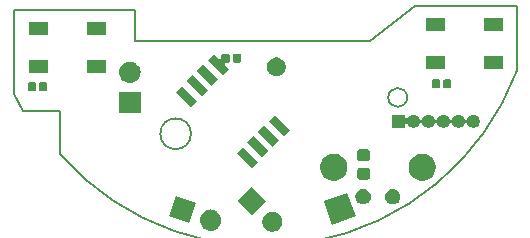
<source format=gbs>
%TF.GenerationSoftware,KiCad,Pcbnew,(6.0.0-rc1-dev-1-g01c5bdfb8)*%
%TF.CreationDate,2018-12-05T09:14:26+01:00*%
%TF.ProjectId,lightball,6C6967687462616C6C2E6B696361645F,rev?*%
%TF.SameCoordinates,Original*%
%TF.FileFunction,Soldermask,Bot*%
%TF.FilePolarity,Negative*%
%FSLAX46Y46*%
G04 Gerber Fmt 4.6, Leading zero omitted, Abs format (unit mm)*
G04 Created by KiCad (PCBNEW (6.0.0-rc1-dev-1-g01c5bdfb8)) date Wed Dec  5 09:14:26 2018*
%MOMM*%
%LPD*%
G01*
G04 APERTURE LIST*
%ADD10C,0.150000*%
%ADD11C,0.100000*%
G04 APERTURE END LIST*
D10*
X73975000Y-113550000D02*
X72575000Y-113550000D01*
X73975000Y-117200000D02*
X73975000Y-113550000D01*
X112660414Y-110153935D02*
G75*
G02X73975000Y-117200000I-21460414J8103935D01*
G01*
X112675000Y-104650000D02*
X112663015Y-110154914D01*
X104050000Y-104650000D02*
X112675000Y-104650000D01*
X100250000Y-107650000D02*
X104050000Y-104650000D01*
X80300000Y-107650000D02*
X100250000Y-107650000D01*
X80300000Y-105000000D02*
X80300000Y-107650000D01*
X70050000Y-105000000D02*
X80300000Y-105000000D01*
X70050000Y-112150000D02*
X70050000Y-105000000D01*
X70850000Y-113550000D02*
X70050000Y-112150000D01*
X72575000Y-113550000D02*
X70850000Y-113550000D01*
X103375000Y-112400000D02*
G75*
G03X103375000Y-112400000I-800000J0D01*
G01*
X85075000Y-115475000D02*
G75*
G03X85075000Y-115475000I-1300000J0D01*
G01*
D11*
G36*
X92215995Y-122099470D02*
X92370867Y-122163620D01*
X92510248Y-122256752D01*
X92628782Y-122375286D01*
X92721914Y-122514667D01*
X92786064Y-122669539D01*
X92818767Y-122833951D01*
X92818767Y-123001583D01*
X92786064Y-123165995D01*
X92721914Y-123320867D01*
X92628782Y-123460248D01*
X92510248Y-123578782D01*
X92370867Y-123671914D01*
X92215995Y-123736064D01*
X92051583Y-123768767D01*
X91883951Y-123768767D01*
X91719539Y-123736064D01*
X91564667Y-123671914D01*
X91425286Y-123578782D01*
X91306752Y-123460248D01*
X91213620Y-123320867D01*
X91149470Y-123165995D01*
X91116767Y-123001583D01*
X91116767Y-122833951D01*
X91149470Y-122669539D01*
X91213620Y-122514667D01*
X91306752Y-122375286D01*
X91425286Y-122256752D01*
X91564667Y-122163620D01*
X91719539Y-122099470D01*
X91883951Y-122066767D01*
X92051583Y-122066767D01*
X92215995Y-122099470D01*
X92215995Y-122099470D01*
G37*
G36*
X86846363Y-121889119D02*
X86912547Y-121895637D01*
X87025773Y-121929984D01*
X87082387Y-121947157D01*
X87221007Y-122021252D01*
X87238911Y-122030822D01*
X87274649Y-122060152D01*
X87376106Y-122143414D01*
X87459368Y-122244871D01*
X87488698Y-122280609D01*
X87488699Y-122280611D01*
X87572363Y-122437133D01*
X87572363Y-122437134D01*
X87623883Y-122606973D01*
X87641279Y-122783600D01*
X87623883Y-122960227D01*
X87590678Y-123069691D01*
X87572363Y-123130067D01*
X87498268Y-123268687D01*
X87488698Y-123286591D01*
X87460568Y-123320867D01*
X87376106Y-123423786D01*
X87274649Y-123507048D01*
X87238911Y-123536378D01*
X87238909Y-123536379D01*
X87082387Y-123620043D01*
X87025773Y-123637216D01*
X86912547Y-123671563D01*
X86846362Y-123678082D01*
X86780180Y-123684600D01*
X86691660Y-123684600D01*
X86625478Y-123678082D01*
X86559293Y-123671563D01*
X86446067Y-123637216D01*
X86389453Y-123620043D01*
X86232931Y-123536379D01*
X86232929Y-123536378D01*
X86197191Y-123507048D01*
X86095734Y-123423786D01*
X86011272Y-123320867D01*
X85983142Y-123286591D01*
X85973572Y-123268687D01*
X85899477Y-123130067D01*
X85881162Y-123069691D01*
X85847957Y-122960227D01*
X85830561Y-122783600D01*
X85847957Y-122606973D01*
X85899477Y-122437134D01*
X85899477Y-122437133D01*
X85983141Y-122280611D01*
X85983142Y-122280609D01*
X86012472Y-122244871D01*
X86095734Y-122143414D01*
X86197191Y-122060152D01*
X86232929Y-122030822D01*
X86250833Y-122021252D01*
X86389453Y-121947157D01*
X86446067Y-121929984D01*
X86559293Y-121895637D01*
X86625477Y-121889119D01*
X86691660Y-121882600D01*
X86780180Y-121882600D01*
X86846363Y-121889119D01*
X86846363Y-121889119D01*
G37*
G36*
X99030400Y-122441474D02*
X97055166Y-123160400D01*
X96336240Y-121185166D01*
X98311474Y-120466240D01*
X99030400Y-122441474D01*
X99030400Y-122441474D01*
G37*
G36*
X85503924Y-121376366D02*
X84887604Y-123069692D01*
X83194278Y-122453372D01*
X83810598Y-120760046D01*
X85503924Y-121376366D01*
X85503924Y-121376366D01*
G37*
G36*
X91403496Y-121150000D02*
X90200000Y-122353496D01*
X88996504Y-121150000D01*
X90200000Y-119946504D01*
X91403496Y-121150000D01*
X91403496Y-121150000D01*
G37*
G36*
X102339890Y-120174017D02*
X102458361Y-120223089D01*
X102564992Y-120294338D01*
X102655662Y-120385008D01*
X102655664Y-120385011D01*
X102655665Y-120385012D01*
X102726909Y-120491636D01*
X102726911Y-120491639D01*
X102775983Y-120610110D01*
X102801000Y-120735881D01*
X102801000Y-120864119D01*
X102775983Y-120989890D01*
X102726911Y-121108361D01*
X102655662Y-121214992D01*
X102564992Y-121305662D01*
X102458361Y-121376911D01*
X102339890Y-121425983D01*
X102214119Y-121451000D01*
X102085881Y-121451000D01*
X101960110Y-121425983D01*
X101841639Y-121376911D01*
X101735008Y-121305662D01*
X101644338Y-121214992D01*
X101573089Y-121108361D01*
X101524017Y-120989890D01*
X101499000Y-120864119D01*
X101499000Y-120735881D01*
X101524017Y-120610110D01*
X101573089Y-120491639D01*
X101573091Y-120491636D01*
X101644335Y-120385012D01*
X101644336Y-120385011D01*
X101644338Y-120385008D01*
X101735008Y-120294338D01*
X101841639Y-120223089D01*
X101960110Y-120174017D01*
X102085881Y-120149000D01*
X102214119Y-120149000D01*
X102339890Y-120174017D01*
X102339890Y-120174017D01*
G37*
G36*
X99839890Y-120174017D02*
X99958361Y-120223089D01*
X100064992Y-120294338D01*
X100155662Y-120385008D01*
X100155664Y-120385011D01*
X100155665Y-120385012D01*
X100226909Y-120491636D01*
X100226911Y-120491639D01*
X100275983Y-120610110D01*
X100301000Y-120735881D01*
X100301000Y-120864119D01*
X100275983Y-120989890D01*
X100226911Y-121108361D01*
X100155662Y-121214992D01*
X100064992Y-121305662D01*
X99958361Y-121376911D01*
X99839890Y-121425983D01*
X99714119Y-121451000D01*
X99585881Y-121451000D01*
X99460110Y-121425983D01*
X99341639Y-121376911D01*
X99235008Y-121305662D01*
X99144338Y-121214992D01*
X99073089Y-121108361D01*
X99024017Y-120989890D01*
X98999000Y-120864119D01*
X98999000Y-120735881D01*
X99024017Y-120610110D01*
X99073089Y-120491639D01*
X99073091Y-120491636D01*
X99144335Y-120385012D01*
X99144336Y-120385011D01*
X99144338Y-120385008D01*
X99235008Y-120294338D01*
X99341639Y-120223089D01*
X99460110Y-120174017D01*
X99585881Y-120149000D01*
X99714119Y-120149000D01*
X99839890Y-120174017D01*
X99839890Y-120174017D01*
G37*
G36*
X104985734Y-117193232D02*
X105195202Y-117279996D01*
X105383723Y-117405962D01*
X105544038Y-117566277D01*
X105670004Y-117754798D01*
X105756768Y-117964266D01*
X105801000Y-118186635D01*
X105801000Y-118413365D01*
X105756768Y-118635734D01*
X105670004Y-118845202D01*
X105544038Y-119033723D01*
X105383723Y-119194038D01*
X105195202Y-119320004D01*
X104985734Y-119406768D01*
X104763365Y-119451000D01*
X104536635Y-119451000D01*
X104314266Y-119406768D01*
X104104798Y-119320004D01*
X103916277Y-119194038D01*
X103755962Y-119033723D01*
X103629996Y-118845202D01*
X103543232Y-118635734D01*
X103499000Y-118413365D01*
X103499000Y-118186635D01*
X103543232Y-117964266D01*
X103629996Y-117754798D01*
X103755962Y-117566277D01*
X103916277Y-117405962D01*
X104104798Y-117279996D01*
X104314266Y-117193232D01*
X104536635Y-117149000D01*
X104763365Y-117149000D01*
X104985734Y-117193232D01*
X104985734Y-117193232D01*
G37*
G36*
X97485734Y-117193232D02*
X97695202Y-117279996D01*
X97883723Y-117405962D01*
X98044038Y-117566277D01*
X98170004Y-117754798D01*
X98256768Y-117964266D01*
X98301000Y-118186635D01*
X98301000Y-118413365D01*
X98256768Y-118635734D01*
X98170004Y-118845202D01*
X98044038Y-119033723D01*
X97883723Y-119194038D01*
X97695202Y-119320004D01*
X97485734Y-119406768D01*
X97263365Y-119451000D01*
X97036635Y-119451000D01*
X96814266Y-119406768D01*
X96604798Y-119320004D01*
X96416277Y-119194038D01*
X96255962Y-119033723D01*
X96129996Y-118845202D01*
X96043232Y-118635734D01*
X95999000Y-118413365D01*
X95999000Y-118186635D01*
X96043232Y-117964266D01*
X96129996Y-117754798D01*
X96255962Y-117566277D01*
X96416277Y-117405962D01*
X96604798Y-117279996D01*
X96814266Y-117193232D01*
X97036635Y-117149000D01*
X97263365Y-117149000D01*
X97485734Y-117193232D01*
X97485734Y-117193232D01*
G37*
G36*
X100069511Y-118377525D02*
X100103489Y-118387833D01*
X100134807Y-118404573D01*
X100162259Y-118427101D01*
X100184787Y-118454553D01*
X100201527Y-118485871D01*
X100211835Y-118519849D01*
X100215920Y-118561330D01*
X100215920Y-119162550D01*
X100211835Y-119204031D01*
X100201527Y-119238009D01*
X100184787Y-119269327D01*
X100162259Y-119296779D01*
X100134807Y-119319307D01*
X100103489Y-119336047D01*
X100069511Y-119346355D01*
X100028030Y-119350440D01*
X99351810Y-119350440D01*
X99310329Y-119346355D01*
X99276351Y-119336047D01*
X99245033Y-119319307D01*
X99217581Y-119296779D01*
X99195053Y-119269327D01*
X99178313Y-119238009D01*
X99168005Y-119204031D01*
X99163920Y-119162550D01*
X99163920Y-118561330D01*
X99168005Y-118519849D01*
X99178313Y-118485871D01*
X99195053Y-118454553D01*
X99217581Y-118427101D01*
X99245033Y-118404573D01*
X99276351Y-118387833D01*
X99310329Y-118377525D01*
X99351810Y-118373440D01*
X100028030Y-118373440D01*
X100069511Y-118377525D01*
X100069511Y-118377525D01*
G37*
G36*
X90762557Y-117832129D02*
X90230812Y-118363874D01*
X88956605Y-117089667D01*
X89488350Y-116557922D01*
X90762557Y-117832129D01*
X90762557Y-117832129D01*
G37*
G36*
X100069511Y-116802525D02*
X100103489Y-116812833D01*
X100134807Y-116829573D01*
X100162259Y-116852101D01*
X100184787Y-116879553D01*
X100201527Y-116910871D01*
X100211835Y-116944849D01*
X100215920Y-116986330D01*
X100215920Y-117587550D01*
X100211835Y-117629031D01*
X100201527Y-117663009D01*
X100184787Y-117694327D01*
X100162259Y-117721779D01*
X100134807Y-117744307D01*
X100103489Y-117761047D01*
X100069511Y-117771355D01*
X100028030Y-117775440D01*
X99351810Y-117775440D01*
X99310329Y-117771355D01*
X99276351Y-117761047D01*
X99245033Y-117744307D01*
X99217581Y-117721779D01*
X99195053Y-117694327D01*
X99178313Y-117663009D01*
X99168005Y-117629031D01*
X99163920Y-117587550D01*
X99163920Y-116986330D01*
X99168005Y-116944849D01*
X99178313Y-116910871D01*
X99195053Y-116879553D01*
X99217581Y-116852101D01*
X99245033Y-116829573D01*
X99276351Y-116812833D01*
X99310329Y-116802525D01*
X99351810Y-116798440D01*
X100028030Y-116798440D01*
X100069511Y-116802525D01*
X100069511Y-116802525D01*
G37*
G36*
X91660583Y-116934104D02*
X91128838Y-117465849D01*
X89854631Y-116191642D01*
X90386376Y-115659897D01*
X91660583Y-116934104D01*
X91660583Y-116934104D01*
G37*
G36*
X92558609Y-116036078D02*
X92026864Y-116567823D01*
X90752657Y-115293616D01*
X91284402Y-114761871D01*
X92558609Y-116036078D01*
X92558609Y-116036078D01*
G37*
G36*
X93456634Y-115138052D02*
X92924889Y-115669797D01*
X91650682Y-114395590D01*
X92182427Y-113863845D01*
X93456634Y-115138052D01*
X93456634Y-115138052D01*
G37*
G36*
X103191000Y-114077262D02*
X103193402Y-114101648D01*
X103200515Y-114125097D01*
X103212066Y-114146708D01*
X103227612Y-114165650D01*
X103246554Y-114181196D01*
X103268165Y-114192747D01*
X103291614Y-114199860D01*
X103316000Y-114202262D01*
X103340386Y-114199860D01*
X103363835Y-114192747D01*
X103385446Y-114181196D01*
X103404388Y-114165650D01*
X103426236Y-114136192D01*
X103449644Y-114092400D01*
X103518499Y-114008499D01*
X103602400Y-113939644D01*
X103698121Y-113888479D01*
X103801985Y-113856973D01*
X103882933Y-113849000D01*
X103937067Y-113849000D01*
X104018015Y-113856973D01*
X104121879Y-113888479D01*
X104217600Y-113939644D01*
X104301501Y-114008499D01*
X104370356Y-114092400D01*
X104421521Y-114188121D01*
X104425383Y-114200854D01*
X104434760Y-114223493D01*
X104448374Y-114243867D01*
X104465701Y-114261194D01*
X104486076Y-114274808D01*
X104508715Y-114284186D01*
X104532748Y-114288966D01*
X104557252Y-114288966D01*
X104581286Y-114284185D01*
X104603925Y-114274808D01*
X104624299Y-114261194D01*
X104641626Y-114243867D01*
X104655240Y-114223492D01*
X104664617Y-114200854D01*
X104668479Y-114188121D01*
X104719644Y-114092400D01*
X104788499Y-114008499D01*
X104872400Y-113939644D01*
X104968121Y-113888479D01*
X105071985Y-113856973D01*
X105152933Y-113849000D01*
X105207067Y-113849000D01*
X105288015Y-113856973D01*
X105391879Y-113888479D01*
X105487600Y-113939644D01*
X105571501Y-114008499D01*
X105640356Y-114092400D01*
X105691521Y-114188121D01*
X105695383Y-114200854D01*
X105704760Y-114223493D01*
X105718374Y-114243867D01*
X105735701Y-114261194D01*
X105756076Y-114274808D01*
X105778715Y-114284186D01*
X105802748Y-114288966D01*
X105827252Y-114288966D01*
X105851286Y-114284185D01*
X105873925Y-114274808D01*
X105894299Y-114261194D01*
X105911626Y-114243867D01*
X105925240Y-114223492D01*
X105934617Y-114200854D01*
X105938479Y-114188121D01*
X105989644Y-114092400D01*
X106058499Y-114008499D01*
X106142400Y-113939644D01*
X106238121Y-113888479D01*
X106341985Y-113856973D01*
X106422933Y-113849000D01*
X106477067Y-113849000D01*
X106558015Y-113856973D01*
X106661879Y-113888479D01*
X106757600Y-113939644D01*
X106841501Y-114008499D01*
X106910356Y-114092400D01*
X106961521Y-114188121D01*
X106965383Y-114200854D01*
X106974760Y-114223493D01*
X106988374Y-114243867D01*
X107005701Y-114261194D01*
X107026076Y-114274808D01*
X107048715Y-114284186D01*
X107072748Y-114288966D01*
X107097252Y-114288966D01*
X107121286Y-114284185D01*
X107143925Y-114274808D01*
X107164299Y-114261194D01*
X107181626Y-114243867D01*
X107195240Y-114223492D01*
X107204617Y-114200854D01*
X107208479Y-114188121D01*
X107259644Y-114092400D01*
X107328499Y-114008499D01*
X107412400Y-113939644D01*
X107508121Y-113888479D01*
X107611985Y-113856973D01*
X107692933Y-113849000D01*
X107747067Y-113849000D01*
X107828015Y-113856973D01*
X107931879Y-113888479D01*
X108027600Y-113939644D01*
X108111501Y-114008499D01*
X108180356Y-114092400D01*
X108231521Y-114188121D01*
X108235383Y-114200854D01*
X108244760Y-114223493D01*
X108258374Y-114243867D01*
X108275701Y-114261194D01*
X108296076Y-114274808D01*
X108318715Y-114284186D01*
X108342748Y-114288966D01*
X108367252Y-114288966D01*
X108391286Y-114284185D01*
X108413925Y-114274808D01*
X108434299Y-114261194D01*
X108451626Y-114243867D01*
X108465240Y-114223492D01*
X108474617Y-114200854D01*
X108478479Y-114188121D01*
X108529644Y-114092400D01*
X108598499Y-114008499D01*
X108682400Y-113939644D01*
X108778121Y-113888479D01*
X108881985Y-113856973D01*
X108962933Y-113849000D01*
X109017067Y-113849000D01*
X109098015Y-113856973D01*
X109201879Y-113888479D01*
X109297600Y-113939644D01*
X109381501Y-114008499D01*
X109450356Y-114092400D01*
X109501521Y-114188121D01*
X109533027Y-114291985D01*
X109543666Y-114400000D01*
X109533027Y-114508015D01*
X109501521Y-114611879D01*
X109450356Y-114707600D01*
X109381501Y-114791501D01*
X109297600Y-114860356D01*
X109201879Y-114911521D01*
X109098015Y-114943027D01*
X109017067Y-114951000D01*
X108962933Y-114951000D01*
X108881985Y-114943027D01*
X108778121Y-114911521D01*
X108682400Y-114860356D01*
X108598499Y-114791501D01*
X108529644Y-114707600D01*
X108478479Y-114611879D01*
X108474615Y-114599142D01*
X108465240Y-114576507D01*
X108451626Y-114556133D01*
X108434299Y-114538806D01*
X108413924Y-114525192D01*
X108391285Y-114515814D01*
X108367252Y-114511034D01*
X108342748Y-114511034D01*
X108318714Y-114515815D01*
X108296075Y-114525192D01*
X108275701Y-114538806D01*
X108258374Y-114556133D01*
X108244760Y-114576508D01*
X108235385Y-114599142D01*
X108231521Y-114611879D01*
X108180356Y-114707600D01*
X108111501Y-114791501D01*
X108027600Y-114860356D01*
X107931879Y-114911521D01*
X107828015Y-114943027D01*
X107747067Y-114951000D01*
X107692933Y-114951000D01*
X107611985Y-114943027D01*
X107508121Y-114911521D01*
X107412400Y-114860356D01*
X107328499Y-114791501D01*
X107259644Y-114707600D01*
X107208479Y-114611879D01*
X107204615Y-114599142D01*
X107195240Y-114576507D01*
X107181626Y-114556133D01*
X107164299Y-114538806D01*
X107143924Y-114525192D01*
X107121285Y-114515814D01*
X107097252Y-114511034D01*
X107072748Y-114511034D01*
X107048714Y-114515815D01*
X107026075Y-114525192D01*
X107005701Y-114538806D01*
X106988374Y-114556133D01*
X106974760Y-114576508D01*
X106965385Y-114599142D01*
X106961521Y-114611879D01*
X106910356Y-114707600D01*
X106841501Y-114791501D01*
X106757600Y-114860356D01*
X106661879Y-114911521D01*
X106558015Y-114943027D01*
X106477067Y-114951000D01*
X106422933Y-114951000D01*
X106341985Y-114943027D01*
X106238121Y-114911521D01*
X106142400Y-114860356D01*
X106058499Y-114791501D01*
X105989644Y-114707600D01*
X105938479Y-114611879D01*
X105934615Y-114599142D01*
X105925240Y-114576507D01*
X105911626Y-114556133D01*
X105894299Y-114538806D01*
X105873924Y-114525192D01*
X105851285Y-114515814D01*
X105827252Y-114511034D01*
X105802748Y-114511034D01*
X105778714Y-114515815D01*
X105756075Y-114525192D01*
X105735701Y-114538806D01*
X105718374Y-114556133D01*
X105704760Y-114576508D01*
X105695385Y-114599142D01*
X105691521Y-114611879D01*
X105640356Y-114707600D01*
X105571501Y-114791501D01*
X105487600Y-114860356D01*
X105391879Y-114911521D01*
X105288015Y-114943027D01*
X105207067Y-114951000D01*
X105152933Y-114951000D01*
X105071985Y-114943027D01*
X104968121Y-114911521D01*
X104872400Y-114860356D01*
X104788499Y-114791501D01*
X104719644Y-114707600D01*
X104668479Y-114611879D01*
X104664615Y-114599142D01*
X104655240Y-114576507D01*
X104641626Y-114556133D01*
X104624299Y-114538806D01*
X104603924Y-114525192D01*
X104581285Y-114515814D01*
X104557252Y-114511034D01*
X104532748Y-114511034D01*
X104508714Y-114515815D01*
X104486075Y-114525192D01*
X104465701Y-114538806D01*
X104448374Y-114556133D01*
X104434760Y-114576508D01*
X104425385Y-114599142D01*
X104421521Y-114611879D01*
X104370356Y-114707600D01*
X104301501Y-114791501D01*
X104217600Y-114860356D01*
X104121879Y-114911521D01*
X104018015Y-114943027D01*
X103937067Y-114951000D01*
X103882933Y-114951000D01*
X103801985Y-114943027D01*
X103698121Y-114911521D01*
X103602400Y-114860356D01*
X103518499Y-114791501D01*
X103449644Y-114707600D01*
X103426234Y-114663805D01*
X103412626Y-114643439D01*
X103395299Y-114626111D01*
X103374924Y-114612498D01*
X103352285Y-114603120D01*
X103328252Y-114598340D01*
X103303748Y-114598340D01*
X103279714Y-114603121D01*
X103257075Y-114612498D01*
X103236701Y-114626112D01*
X103219373Y-114643439D01*
X103205760Y-114663814D01*
X103196382Y-114686453D01*
X103191000Y-114722738D01*
X103191000Y-114951000D01*
X102089000Y-114951000D01*
X102089000Y-113849000D01*
X103191000Y-113849000D01*
X103191000Y-114077262D01*
X103191000Y-114077262D01*
G37*
G36*
X80801000Y-113701000D02*
X78999000Y-113701000D01*
X78999000Y-111899000D01*
X80801000Y-111899000D01*
X80801000Y-113701000D01*
X80801000Y-113701000D01*
G37*
G36*
X85600678Y-112670250D02*
X85068933Y-113201995D01*
X83794726Y-111927788D01*
X84326471Y-111396043D01*
X85600678Y-112670250D01*
X85600678Y-112670250D01*
G37*
G36*
X86498703Y-111772224D02*
X85966958Y-112303969D01*
X84692751Y-111029762D01*
X85224496Y-110498017D01*
X86498703Y-111772224D01*
X86498703Y-111772224D01*
G37*
G36*
X72826938Y-111131716D02*
X72847556Y-111137970D01*
X72866556Y-111148126D01*
X72883208Y-111161792D01*
X72896874Y-111178444D01*
X72907030Y-111197444D01*
X72913284Y-111218062D01*
X72916000Y-111245640D01*
X72916000Y-111754360D01*
X72913284Y-111781938D01*
X72907030Y-111802556D01*
X72896874Y-111821556D01*
X72883208Y-111838208D01*
X72866556Y-111851874D01*
X72847556Y-111862030D01*
X72826938Y-111868284D01*
X72799360Y-111871000D01*
X72340640Y-111871000D01*
X72313062Y-111868284D01*
X72292444Y-111862030D01*
X72273444Y-111851874D01*
X72256792Y-111838208D01*
X72243126Y-111821556D01*
X72232970Y-111802556D01*
X72226716Y-111781938D01*
X72224000Y-111754360D01*
X72224000Y-111245640D01*
X72226716Y-111218062D01*
X72232970Y-111197444D01*
X72243126Y-111178444D01*
X72256792Y-111161792D01*
X72273444Y-111148126D01*
X72292444Y-111137970D01*
X72313062Y-111131716D01*
X72340640Y-111129000D01*
X72799360Y-111129000D01*
X72826938Y-111131716D01*
X72826938Y-111131716D01*
G37*
G36*
X71856938Y-111131716D02*
X71877556Y-111137970D01*
X71896556Y-111148126D01*
X71913208Y-111161792D01*
X71926874Y-111178444D01*
X71937030Y-111197444D01*
X71943284Y-111218062D01*
X71946000Y-111245640D01*
X71946000Y-111754360D01*
X71943284Y-111781938D01*
X71937030Y-111802556D01*
X71926874Y-111821556D01*
X71913208Y-111838208D01*
X71896556Y-111851874D01*
X71877556Y-111862030D01*
X71856938Y-111868284D01*
X71829360Y-111871000D01*
X71370640Y-111871000D01*
X71343062Y-111868284D01*
X71322444Y-111862030D01*
X71303444Y-111851874D01*
X71286792Y-111838208D01*
X71273126Y-111821556D01*
X71262970Y-111802556D01*
X71256716Y-111781938D01*
X71254000Y-111754360D01*
X71254000Y-111245640D01*
X71256716Y-111218062D01*
X71262970Y-111197444D01*
X71273126Y-111178444D01*
X71286792Y-111161792D01*
X71303444Y-111148126D01*
X71322444Y-111137970D01*
X71343062Y-111131716D01*
X71370640Y-111129000D01*
X71829360Y-111129000D01*
X71856938Y-111131716D01*
X71856938Y-111131716D01*
G37*
G36*
X106071938Y-110881716D02*
X106092556Y-110887970D01*
X106111556Y-110898126D01*
X106128208Y-110911792D01*
X106141874Y-110928444D01*
X106152030Y-110947444D01*
X106158284Y-110968062D01*
X106161000Y-110995640D01*
X106161000Y-111504360D01*
X106158284Y-111531938D01*
X106152030Y-111552556D01*
X106141874Y-111571556D01*
X106128208Y-111588208D01*
X106111556Y-111601874D01*
X106092556Y-111612030D01*
X106071938Y-111618284D01*
X106044360Y-111621000D01*
X105585640Y-111621000D01*
X105558062Y-111618284D01*
X105537444Y-111612030D01*
X105518444Y-111601874D01*
X105501792Y-111588208D01*
X105488126Y-111571556D01*
X105477970Y-111552556D01*
X105471716Y-111531938D01*
X105469000Y-111504360D01*
X105469000Y-110995640D01*
X105471716Y-110968062D01*
X105477970Y-110947444D01*
X105488126Y-110928444D01*
X105501792Y-110911792D01*
X105518444Y-110898126D01*
X105537444Y-110887970D01*
X105558062Y-110881716D01*
X105585640Y-110879000D01*
X106044360Y-110879000D01*
X106071938Y-110881716D01*
X106071938Y-110881716D01*
G37*
G36*
X107041938Y-110881716D02*
X107062556Y-110887970D01*
X107081556Y-110898126D01*
X107098208Y-110911792D01*
X107111874Y-110928444D01*
X107122030Y-110947444D01*
X107128284Y-110968062D01*
X107131000Y-110995640D01*
X107131000Y-111504360D01*
X107128284Y-111531938D01*
X107122030Y-111552556D01*
X107111874Y-111571556D01*
X107098208Y-111588208D01*
X107081556Y-111601874D01*
X107062556Y-111612030D01*
X107041938Y-111618284D01*
X107014360Y-111621000D01*
X106555640Y-111621000D01*
X106528062Y-111618284D01*
X106507444Y-111612030D01*
X106488444Y-111601874D01*
X106471792Y-111588208D01*
X106458126Y-111571556D01*
X106447970Y-111552556D01*
X106441716Y-111531938D01*
X106439000Y-111504360D01*
X106439000Y-110995640D01*
X106441716Y-110968062D01*
X106447970Y-110947444D01*
X106458126Y-110928444D01*
X106471792Y-110911792D01*
X106488444Y-110898126D01*
X106507444Y-110887970D01*
X106528062Y-110881716D01*
X106555640Y-110879000D01*
X107014360Y-110879000D01*
X107041938Y-110881716D01*
X107041938Y-110881716D01*
G37*
G36*
X87396729Y-110874198D02*
X86864984Y-111405943D01*
X85590777Y-110131736D01*
X86122522Y-109599991D01*
X87396729Y-110874198D01*
X87396729Y-110874198D01*
G37*
G36*
X80010442Y-109365518D02*
X80076627Y-109372037D01*
X80162509Y-109398089D01*
X80246467Y-109423557D01*
X80333029Y-109469826D01*
X80402991Y-109507222D01*
X80438729Y-109536552D01*
X80540186Y-109619814D01*
X80623448Y-109721271D01*
X80652778Y-109757009D01*
X80652779Y-109757011D01*
X80736443Y-109913533D01*
X80736443Y-109913534D01*
X80787963Y-110083373D01*
X80805359Y-110260000D01*
X80787963Y-110436627D01*
X80769340Y-110498018D01*
X80736443Y-110606467D01*
X80662348Y-110745087D01*
X80652778Y-110762991D01*
X80623448Y-110798729D01*
X80540186Y-110900186D01*
X80438729Y-110983448D01*
X80402991Y-111012778D01*
X80402989Y-111012779D01*
X80246467Y-111096443D01*
X80189853Y-111113616D01*
X80076627Y-111147963D01*
X80010443Y-111154481D01*
X79944260Y-111161000D01*
X79855740Y-111161000D01*
X79789557Y-111154481D01*
X79723373Y-111147963D01*
X79610147Y-111113616D01*
X79553533Y-111096443D01*
X79397011Y-111012779D01*
X79397009Y-111012778D01*
X79361271Y-110983448D01*
X79259814Y-110900186D01*
X79176552Y-110798729D01*
X79147222Y-110762991D01*
X79137652Y-110745087D01*
X79063557Y-110606467D01*
X79030660Y-110498018D01*
X79012037Y-110436627D01*
X78994641Y-110260000D01*
X79012037Y-110083373D01*
X79063557Y-109913534D01*
X79063557Y-109913533D01*
X79147221Y-109757011D01*
X79147222Y-109757009D01*
X79176552Y-109721271D01*
X79259814Y-109619814D01*
X79361271Y-109536552D01*
X79397009Y-109507222D01*
X79466971Y-109469826D01*
X79553533Y-109423557D01*
X79637491Y-109398089D01*
X79723373Y-109372037D01*
X79789558Y-109365518D01*
X79855740Y-109359000D01*
X79944260Y-109359000D01*
X80010442Y-109365518D01*
X80010442Y-109365518D01*
G37*
G36*
X92532163Y-109044141D02*
X92677935Y-109104522D01*
X92809131Y-109192184D01*
X92920696Y-109303749D01*
X93008358Y-109434945D01*
X93068739Y-109580717D01*
X93099520Y-109735467D01*
X93099520Y-109893253D01*
X93068739Y-110048003D01*
X93008358Y-110193775D01*
X92920696Y-110324971D01*
X92809131Y-110436536D01*
X92677935Y-110524198D01*
X92532163Y-110584579D01*
X92377413Y-110615360D01*
X92219627Y-110615360D01*
X92064877Y-110584579D01*
X91919105Y-110524198D01*
X91787909Y-110436536D01*
X91676344Y-110324971D01*
X91588682Y-110193775D01*
X91528301Y-110048003D01*
X91497520Y-109893253D01*
X91497520Y-109735467D01*
X91528301Y-109580717D01*
X91588682Y-109434945D01*
X91676344Y-109303749D01*
X91787909Y-109192184D01*
X91919105Y-109104522D01*
X92064877Y-109044141D01*
X92219627Y-109013360D01*
X92377413Y-109013360D01*
X92532163Y-109044141D01*
X92532163Y-109044141D01*
G37*
G36*
X87439052Y-109120470D02*
X87457994Y-109136016D01*
X87479605Y-109147567D01*
X87503054Y-109154680D01*
X87527440Y-109157082D01*
X87551826Y-109154680D01*
X87575275Y-109147567D01*
X87596886Y-109136016D01*
X87615828Y-109120470D01*
X87631374Y-109101528D01*
X87642925Y-109079917D01*
X87650038Y-109056468D01*
X87652440Y-109032082D01*
X87652440Y-108823400D01*
X87655156Y-108795822D01*
X87661410Y-108775204D01*
X87671566Y-108756204D01*
X87685232Y-108739552D01*
X87701884Y-108725886D01*
X87720884Y-108715730D01*
X87741502Y-108709476D01*
X87769080Y-108706760D01*
X88227800Y-108706760D01*
X88255378Y-108709476D01*
X88275996Y-108715730D01*
X88294996Y-108725886D01*
X88311648Y-108739552D01*
X88325314Y-108756204D01*
X88335470Y-108775204D01*
X88341724Y-108795822D01*
X88344440Y-108823400D01*
X88344440Y-109332120D01*
X88341724Y-109359698D01*
X88335470Y-109380316D01*
X88325314Y-109399316D01*
X88311648Y-109415968D01*
X88294996Y-109429634D01*
X88275996Y-109439790D01*
X88255378Y-109446044D01*
X88227800Y-109448760D01*
X88069118Y-109448760D01*
X88044732Y-109451162D01*
X88021283Y-109458275D01*
X87999672Y-109469826D01*
X87980730Y-109485372D01*
X87965184Y-109504314D01*
X87953633Y-109525925D01*
X87946520Y-109549374D01*
X87944118Y-109573760D01*
X87946520Y-109598146D01*
X87953633Y-109621595D01*
X87965184Y-109643206D01*
X87980730Y-109662148D01*
X88294755Y-109976173D01*
X87763010Y-110507918D01*
X86488803Y-109233711D01*
X87020548Y-108701966D01*
X87439052Y-109120470D01*
X87439052Y-109120470D01*
G37*
G36*
X77851000Y-110300930D02*
X76249000Y-110300930D01*
X76249000Y-109198930D01*
X77851000Y-109198930D01*
X77851000Y-110300930D01*
X77851000Y-110300930D01*
G37*
G36*
X72951000Y-110300930D02*
X71349000Y-110300930D01*
X71349000Y-109198930D01*
X72951000Y-109198930D01*
X72951000Y-110300930D01*
X72951000Y-110300930D01*
G37*
G36*
X111501000Y-109951000D02*
X109899000Y-109951000D01*
X109899000Y-108849000D01*
X111501000Y-108849000D01*
X111501000Y-109951000D01*
X111501000Y-109951000D01*
G37*
G36*
X106601000Y-109951000D02*
X104999000Y-109951000D01*
X104999000Y-108849000D01*
X106601000Y-108849000D01*
X106601000Y-109951000D01*
X106601000Y-109951000D01*
G37*
G36*
X89225378Y-108709476D02*
X89245996Y-108715730D01*
X89264996Y-108725886D01*
X89281648Y-108739552D01*
X89295314Y-108756204D01*
X89305470Y-108775204D01*
X89311724Y-108795822D01*
X89314440Y-108823400D01*
X89314440Y-109332120D01*
X89311724Y-109359698D01*
X89305470Y-109380316D01*
X89295314Y-109399316D01*
X89281648Y-109415968D01*
X89264996Y-109429634D01*
X89245996Y-109439790D01*
X89225378Y-109446044D01*
X89197800Y-109448760D01*
X88739080Y-109448760D01*
X88711502Y-109446044D01*
X88690884Y-109439790D01*
X88671884Y-109429634D01*
X88655232Y-109415968D01*
X88641566Y-109399316D01*
X88631410Y-109380316D01*
X88625156Y-109359698D01*
X88622440Y-109332120D01*
X88622440Y-108823400D01*
X88625156Y-108795822D01*
X88631410Y-108775204D01*
X88641566Y-108756204D01*
X88655232Y-108739552D01*
X88671884Y-108725886D01*
X88690884Y-108715730D01*
X88711502Y-108709476D01*
X88739080Y-108706760D01*
X89197800Y-108706760D01*
X89225378Y-108709476D01*
X89225378Y-108709476D01*
G37*
G36*
X72951000Y-107100930D02*
X71349000Y-107100930D01*
X71349000Y-105998930D01*
X72951000Y-105998930D01*
X72951000Y-107100930D01*
X72951000Y-107100930D01*
G37*
G36*
X77851000Y-107100930D02*
X76249000Y-107100930D01*
X76249000Y-105998930D01*
X77851000Y-105998930D01*
X77851000Y-107100930D01*
X77851000Y-107100930D01*
G37*
G36*
X106601000Y-106751000D02*
X104999000Y-106751000D01*
X104999000Y-105649000D01*
X106601000Y-105649000D01*
X106601000Y-106751000D01*
X106601000Y-106751000D01*
G37*
G36*
X111501000Y-106751000D02*
X109899000Y-106751000D01*
X109899000Y-105649000D01*
X111501000Y-105649000D01*
X111501000Y-106751000D01*
X111501000Y-106751000D01*
G37*
M02*

</source>
